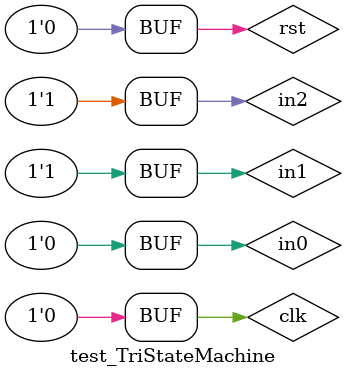
<source format=v>
`timescale 1ns / 1ps


module test_TriStateMachine;

	// Inputs
	reg in0;
	reg in1;
	reg in2;
	reg rst;
	reg clk;

	// Outputs
	wire state0;
	wire state1;
	wire state2;

	// Instantiate the Unit Under Test (UUT)
	mod_TriStateMachine uut (
		.state0(state0), 
		.state1(state1), 
		.state2(state2), 
		.in0(in0), 
		.in1(in1), 
		.in2(in2), 
		.rst(rst), 
		.clk(clk)
	);

	initial begin
		// Initialize Inputs
		in0 = 0;
		in1 = 0;
		in2 = 0;
		rst = 0;
		clk = 0;

		#100;
		rst = 1;
		clk = 1;
		#100;
		clk = 0;
		rst = 0;
		#100;
		clk = 1;
		#100;
		clk = 0;	
		
		//in0 set
		in0 = 1;
		in1 = 1;
		#100;
		clk = 1;
		#100;
		clk = 0;
		#100;
		clk = 1;
		#100;
		clk = 0;
		
		//in2 set;
		in0 = 0;
		in2 = 1;
		#100;
		clk = 1;
		#100;
		clk = 0;
		#100;
		clk = 1;
		#100;
		clk = 0;
	end
      
endmodule


</source>
